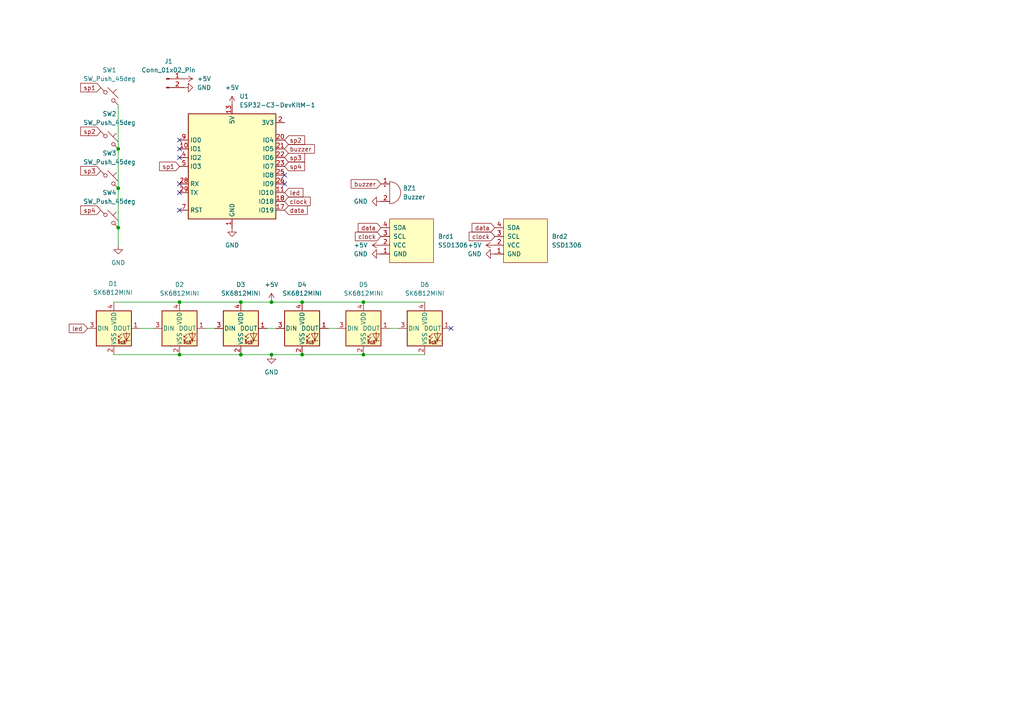
<source format=kicad_sch>
(kicad_sch
	(version 20250114)
	(generator "eeschema")
	(generator_version "9.0")
	(uuid "942658c1-2727-4e66-8bc7-358c01f1ab2c")
	(paper "A4")
	(lib_symbols
		(symbol "Connector:Conn_01x02_Pin"
			(pin_names
				(offset 1.016)
				(hide yes)
			)
			(exclude_from_sim no)
			(in_bom yes)
			(on_board yes)
			(property "Reference" "J"
				(at 0 2.54 0)
				(effects
					(font
						(size 1.27 1.27)
					)
				)
			)
			(property "Value" "Conn_01x02_Pin"
				(at 0 -5.08 0)
				(effects
					(font
						(size 1.27 1.27)
					)
				)
			)
			(property "Footprint" ""
				(at 0 0 0)
				(effects
					(font
						(size 1.27 1.27)
					)
					(hide yes)
				)
			)
			(property "Datasheet" "~"
				(at 0 0 0)
				(effects
					(font
						(size 1.27 1.27)
					)
					(hide yes)
				)
			)
			(property "Description" "Generic connector, single row, 01x02, script generated"
				(at 0 0 0)
				(effects
					(font
						(size 1.27 1.27)
					)
					(hide yes)
				)
			)
			(property "ki_locked" ""
				(at 0 0 0)
				(effects
					(font
						(size 1.27 1.27)
					)
				)
			)
			(property "ki_keywords" "connector"
				(at 0 0 0)
				(effects
					(font
						(size 1.27 1.27)
					)
					(hide yes)
				)
			)
			(property "ki_fp_filters" "Connector*:*_1x??_*"
				(at 0 0 0)
				(effects
					(font
						(size 1.27 1.27)
					)
					(hide yes)
				)
			)
			(symbol "Conn_01x02_Pin_1_1"
				(rectangle
					(start 0.8636 0.127)
					(end 0 -0.127)
					(stroke
						(width 0.1524)
						(type default)
					)
					(fill
						(type outline)
					)
				)
				(rectangle
					(start 0.8636 -2.413)
					(end 0 -2.667)
					(stroke
						(width 0.1524)
						(type default)
					)
					(fill
						(type outline)
					)
				)
				(polyline
					(pts
						(xy 1.27 0) (xy 0.8636 0)
					)
					(stroke
						(width 0.1524)
						(type default)
					)
					(fill
						(type none)
					)
				)
				(polyline
					(pts
						(xy 1.27 -2.54) (xy 0.8636 -2.54)
					)
					(stroke
						(width 0.1524)
						(type default)
					)
					(fill
						(type none)
					)
				)
				(pin passive line
					(at 5.08 0 180)
					(length 3.81)
					(name "Pin_1"
						(effects
							(font
								(size 1.27 1.27)
							)
						)
					)
					(number "1"
						(effects
							(font
								(size 1.27 1.27)
							)
						)
					)
				)
				(pin passive line
					(at 5.08 -2.54 180)
					(length 3.81)
					(name "Pin_2"
						(effects
							(font
								(size 1.27 1.27)
							)
						)
					)
					(number "2"
						(effects
							(font
								(size 1.27 1.27)
							)
						)
					)
				)
			)
			(embedded_fonts no)
		)
		(symbol "Device:Buzzer"
			(pin_names
				(offset 0.0254)
				(hide yes)
			)
			(exclude_from_sim no)
			(in_bom yes)
			(on_board yes)
			(property "Reference" "BZ"
				(at 3.81 1.27 0)
				(effects
					(font
						(size 1.27 1.27)
					)
					(justify left)
				)
			)
			(property "Value" "Buzzer"
				(at 3.81 -1.27 0)
				(effects
					(font
						(size 1.27 1.27)
					)
					(justify left)
				)
			)
			(property "Footprint" ""
				(at -0.635 2.54 90)
				(effects
					(font
						(size 1.27 1.27)
					)
					(hide yes)
				)
			)
			(property "Datasheet" "~"
				(at -0.635 2.54 90)
				(effects
					(font
						(size 1.27 1.27)
					)
					(hide yes)
				)
			)
			(property "Description" "Buzzer, polarized"
				(at 0 0 0)
				(effects
					(font
						(size 1.27 1.27)
					)
					(hide yes)
				)
			)
			(property "ki_keywords" "quartz resonator ceramic"
				(at 0 0 0)
				(effects
					(font
						(size 1.27 1.27)
					)
					(hide yes)
				)
			)
			(property "ki_fp_filters" "*Buzzer*"
				(at 0 0 0)
				(effects
					(font
						(size 1.27 1.27)
					)
					(hide yes)
				)
			)
			(symbol "Buzzer_0_1"
				(polyline
					(pts
						(xy -1.651 1.905) (xy -1.143 1.905)
					)
					(stroke
						(width 0)
						(type default)
					)
					(fill
						(type none)
					)
				)
				(polyline
					(pts
						(xy -1.397 2.159) (xy -1.397 1.651)
					)
					(stroke
						(width 0)
						(type default)
					)
					(fill
						(type none)
					)
				)
				(arc
					(start 0 3.175)
					(mid 3.1612 0)
					(end 0 -3.175)
					(stroke
						(width 0)
						(type default)
					)
					(fill
						(type none)
					)
				)
				(polyline
					(pts
						(xy 0 3.175) (xy 0 -3.175)
					)
					(stroke
						(width 0)
						(type default)
					)
					(fill
						(type none)
					)
				)
			)
			(symbol "Buzzer_1_1"
				(pin passive line
					(at -2.54 2.54 0)
					(length 2.54)
					(name "+"
						(effects
							(font
								(size 1.27 1.27)
							)
						)
					)
					(number "1"
						(effects
							(font
								(size 1.27 1.27)
							)
						)
					)
				)
				(pin passive line
					(at -2.54 -2.54 0)
					(length 2.54)
					(name "-"
						(effects
							(font
								(size 1.27 1.27)
							)
						)
					)
					(number "2"
						(effects
							(font
								(size 1.27 1.27)
							)
						)
					)
				)
			)
			(embedded_fonts no)
		)
		(symbol "LED:SK6812MINI"
			(pin_names
				(offset 0.254)
			)
			(exclude_from_sim no)
			(in_bom yes)
			(on_board yes)
			(property "Reference" "D"
				(at 5.08 5.715 0)
				(effects
					(font
						(size 1.27 1.27)
					)
					(justify right bottom)
				)
			)
			(property "Value" "SK6812MINI"
				(at 1.27 -5.715 0)
				(effects
					(font
						(size 1.27 1.27)
					)
					(justify left top)
				)
			)
			(property "Footprint" "LED_SMD:LED_SK6812MINI_PLCC4_3.5x3.5mm_P1.75mm"
				(at 1.27 -7.62 0)
				(effects
					(font
						(size 1.27 1.27)
					)
					(justify left top)
					(hide yes)
				)
			)
			(property "Datasheet" "https://cdn-shop.adafruit.com/product-files/2686/SK6812MINI_REV.01-1-2.pdf"
				(at 2.54 -9.525 0)
				(effects
					(font
						(size 1.27 1.27)
					)
					(justify left top)
					(hide yes)
				)
			)
			(property "Description" "RGB LED with integrated controller"
				(at 0 0 0)
				(effects
					(font
						(size 1.27 1.27)
					)
					(hide yes)
				)
			)
			(property "ki_keywords" "RGB LED NeoPixel Mini addressable"
				(at 0 0 0)
				(effects
					(font
						(size 1.27 1.27)
					)
					(hide yes)
				)
			)
			(property "ki_fp_filters" "LED*SK6812MINI*PLCC*3.5x3.5mm*P1.75mm*"
				(at 0 0 0)
				(effects
					(font
						(size 1.27 1.27)
					)
					(hide yes)
				)
			)
			(symbol "SK6812MINI_0_0"
				(text "RGB"
					(at 2.286 -4.191 0)
					(effects
						(font
							(size 0.762 0.762)
						)
					)
				)
			)
			(symbol "SK6812MINI_0_1"
				(polyline
					(pts
						(xy 1.27 -2.54) (xy 1.778 -2.54)
					)
					(stroke
						(width 0)
						(type default)
					)
					(fill
						(type none)
					)
				)
				(polyline
					(pts
						(xy 1.27 -3.556) (xy 1.778 -3.556)
					)
					(stroke
						(width 0)
						(type default)
					)
					(fill
						(type none)
					)
				)
				(polyline
					(pts
						(xy 2.286 -1.524) (xy 1.27 -2.54) (xy 1.27 -2.032)
					)
					(stroke
						(width 0)
						(type default)
					)
					(fill
						(type none)
					)
				)
				(polyline
					(pts
						(xy 2.286 -2.54) (xy 1.27 -3.556) (xy 1.27 -3.048)
					)
					(stroke
						(width 0)
						(type default)
					)
					(fill
						(type none)
					)
				)
				(polyline
					(pts
						(xy 3.683 -1.016) (xy 3.683 -3.556) (xy 3.683 -4.064)
					)
					(stroke
						(width 0)
						(type default)
					)
					(fill
						(type none)
					)
				)
				(polyline
					(pts
						(xy 4.699 -1.524) (xy 2.667 -1.524) (xy 3.683 -3.556) (xy 4.699 -1.524)
					)
					(stroke
						(width 0)
						(type default)
					)
					(fill
						(type none)
					)
				)
				(polyline
					(pts
						(xy 4.699 -3.556) (xy 2.667 -3.556)
					)
					(stroke
						(width 0)
						(type default)
					)
					(fill
						(type none)
					)
				)
				(rectangle
					(start 5.08 5.08)
					(end -5.08 -5.08)
					(stroke
						(width 0.254)
						(type default)
					)
					(fill
						(type background)
					)
				)
			)
			(symbol "SK6812MINI_1_1"
				(pin input line
					(at -7.62 0 0)
					(length 2.54)
					(name "DIN"
						(effects
							(font
								(size 1.27 1.27)
							)
						)
					)
					(number "3"
						(effects
							(font
								(size 1.27 1.27)
							)
						)
					)
				)
				(pin power_in line
					(at 0 7.62 270)
					(length 2.54)
					(name "VDD"
						(effects
							(font
								(size 1.27 1.27)
							)
						)
					)
					(number "4"
						(effects
							(font
								(size 1.27 1.27)
							)
						)
					)
				)
				(pin power_in line
					(at 0 -7.62 90)
					(length 2.54)
					(name "VSS"
						(effects
							(font
								(size 1.27 1.27)
							)
						)
					)
					(number "2"
						(effects
							(font
								(size 1.27 1.27)
							)
						)
					)
				)
				(pin output line
					(at 7.62 0 180)
					(length 2.54)
					(name "DOUT"
						(effects
							(font
								(size 1.27 1.27)
							)
						)
					)
					(number "1"
						(effects
							(font
								(size 1.27 1.27)
							)
						)
					)
				)
			)
			(embedded_fonts no)
		)
		(symbol "RF_Module:ESP32-C3-DevKitM-1"
			(exclude_from_sim no)
			(in_bom yes)
			(on_board yes)
			(property "Reference" "U"
				(at 7.62 16.51 0)
				(effects
					(font
						(size 1.27 1.27)
					)
				)
			)
			(property "Value" "ESP32-C3-DevKitM-1"
				(at 11.684 -16.764 0)
				(effects
					(font
						(size 1.27 1.27)
					)
				)
			)
			(property "Footprint" "RF_Module:ESP32-C3-DevKitM-1"
				(at 0 -25.4 0)
				(effects
					(font
						(size 1.27 1.27)
					)
					(hide yes)
				)
			)
			(property "Datasheet" "https://docs.espressif.com/projects/esp-idf/en/latest/esp32c3/hw-reference/esp32c3/user-guide-devkitm-1.html"
				(at 0 -30.48 0)
				(effects
					(font
						(size 1.27 1.27)
					)
					(hide yes)
				)
			)
			(property "Description" "Development board featuring ESP32-C3-MINI-1 module"
				(at 0 -27.94 0)
				(effects
					(font
						(size 1.27 1.27)
					)
					(hide yes)
				)
			)
			(property "ki_keywords" "riscv wifi bluetooth ble"
				(at 0 0 0)
				(effects
					(font
						(size 1.27 1.27)
					)
					(hide yes)
				)
			)
			(property "ki_fp_filters" "*ESP32?C3?DevKitM?1*"
				(at 0 0 0)
				(effects
					(font
						(size 1.27 1.27)
					)
					(hide yes)
				)
			)
			(symbol "ESP32-C3-DevKitM-1_1_1"
				(rectangle
					(start -12.7 15.24)
					(end 12.7 -15.24)
					(stroke
						(width 0.254)
						(type default)
					)
					(fill
						(type background)
					)
				)
				(pin bidirectional line
					(at -15.24 7.62 0)
					(length 2.54)
					(name "IO0"
						(effects
							(font
								(size 1.27 1.27)
							)
						)
					)
					(number "9"
						(effects
							(font
								(size 1.27 1.27)
							)
						)
					)
					(alternate "ADC1_CH0" passive line)
					(alternate "XTAL_32K_P" passive line)
				)
				(pin bidirectional line
					(at -15.24 5.08 0)
					(length 2.54)
					(name "IO1"
						(effects
							(font
								(size 1.27 1.27)
							)
						)
					)
					(number "10"
						(effects
							(font
								(size 1.27 1.27)
							)
						)
					)
					(alternate "ADC1_CH1" passive line)
					(alternate "XTAL_32K_N" passive line)
				)
				(pin bidirectional line
					(at -15.24 2.54 0)
					(length 2.54)
					(name "IO2"
						(effects
							(font
								(size 1.27 1.27)
							)
						)
					)
					(number "4"
						(effects
							(font
								(size 1.27 1.27)
							)
						)
					)
					(alternate "ADC1_CH0" passive line)
					(alternate "FSPIQ" passive line)
				)
				(pin bidirectional line
					(at -15.24 0 0)
					(length 2.54)
					(name "IO3"
						(effects
							(font
								(size 1.27 1.27)
							)
						)
					)
					(number "5"
						(effects
							(font
								(size 1.27 1.27)
							)
						)
					)
					(alternate "ADC1_CH3" passive line)
				)
				(pin input line
					(at -15.24 -5.08 0)
					(length 2.54)
					(name "RX"
						(effects
							(font
								(size 1.27 1.27)
							)
						)
					)
					(number "28"
						(effects
							(font
								(size 1.27 1.27)
							)
						)
					)
					(alternate "IO20" passive line)
				)
				(pin output line
					(at -15.24 -7.62 0)
					(length 2.54)
					(name "TX"
						(effects
							(font
								(size 1.27 1.27)
							)
						)
					)
					(number "29"
						(effects
							(font
								(size 1.27 1.27)
							)
						)
					)
					(alternate "IO21" passive line)
				)
				(pin input line
					(at -15.24 -12.7 0)
					(length 2.54)
					(name "RST"
						(effects
							(font
								(size 1.27 1.27)
							)
						)
					)
					(number "7"
						(effects
							(font
								(size 1.27 1.27)
							)
						)
					)
				)
				(pin passive line
					(at 0 17.78 270)
					(length 2.54)
					(name "5V"
						(effects
							(font
								(size 1.27 1.27)
							)
						)
					)
					(number "13"
						(effects
							(font
								(size 1.27 1.27)
							)
						)
					)
				)
				(pin passive line
					(at 0 17.78 270)
					(length 2.54)
					(hide yes)
					(name "5V"
						(effects
							(font
								(size 1.27 1.27)
							)
						)
					)
					(number "14"
						(effects
							(font
								(size 1.27 1.27)
							)
						)
					)
				)
				(pin power_in line
					(at 0 -17.78 90)
					(length 2.54)
					(name "GND"
						(effects
							(font
								(size 1.27 1.27)
							)
						)
					)
					(number "1"
						(effects
							(font
								(size 1.27 1.27)
							)
						)
					)
				)
				(pin passive line
					(at 0 -17.78 90)
					(length 2.54)
					(hide yes)
					(name "GND"
						(effects
							(font
								(size 1.27 1.27)
							)
						)
					)
					(number "12"
						(effects
							(font
								(size 1.27 1.27)
							)
						)
					)
				)
				(pin passive line
					(at 0 -17.78 90)
					(length 2.54)
					(hide yes)
					(name "GND"
						(effects
							(font
								(size 1.27 1.27)
							)
						)
					)
					(number "15"
						(effects
							(font
								(size 1.27 1.27)
							)
						)
					)
				)
				(pin passive line
					(at 0 -17.78 90)
					(length 2.54)
					(hide yes)
					(name "GND"
						(effects
							(font
								(size 1.27 1.27)
							)
						)
					)
					(number "16"
						(effects
							(font
								(size 1.27 1.27)
							)
						)
					)
				)
				(pin passive line
					(at 0 -17.78 90)
					(length 2.54)
					(hide yes)
					(name "GND"
						(effects
							(font
								(size 1.27 1.27)
							)
						)
					)
					(number "19"
						(effects
							(font
								(size 1.27 1.27)
							)
						)
					)
				)
				(pin passive line
					(at 0 -17.78 90)
					(length 2.54)
					(hide yes)
					(name "GND"
						(effects
							(font
								(size 1.27 1.27)
							)
						)
					)
					(number "24"
						(effects
							(font
								(size 1.27 1.27)
							)
						)
					)
				)
				(pin passive line
					(at 0 -17.78 90)
					(length 2.54)
					(hide yes)
					(name "GND"
						(effects
							(font
								(size 1.27 1.27)
							)
						)
					)
					(number "27"
						(effects
							(font
								(size 1.27 1.27)
							)
						)
					)
				)
				(pin passive line
					(at 0 -17.78 90)
					(length 2.54)
					(hide yes)
					(name "GND"
						(effects
							(font
								(size 1.27 1.27)
							)
						)
					)
					(number "30"
						(effects
							(font
								(size 1.27 1.27)
							)
						)
					)
				)
				(pin passive line
					(at 0 -17.78 90)
					(length 2.54)
					(hide yes)
					(name "GND"
						(effects
							(font
								(size 1.27 1.27)
							)
						)
					)
					(number "6"
						(effects
							(font
								(size 1.27 1.27)
							)
						)
					)
				)
				(pin passive line
					(at 0 -17.78 90)
					(length 2.54)
					(hide yes)
					(name "GND"
						(effects
							(font
								(size 1.27 1.27)
							)
						)
					)
					(number "8"
						(effects
							(font
								(size 1.27 1.27)
							)
						)
					)
				)
				(pin power_out line
					(at 15.24 12.7 180)
					(length 2.54)
					(name "3V3"
						(effects
							(font
								(size 1.27 1.27)
							)
						)
					)
					(number "2"
						(effects
							(font
								(size 1.27 1.27)
							)
						)
					)
				)
				(pin passive line
					(at 15.24 12.7 180)
					(length 2.54)
					(hide yes)
					(name "3V3"
						(effects
							(font
								(size 1.27 1.27)
							)
						)
					)
					(number "3"
						(effects
							(font
								(size 1.27 1.27)
							)
						)
					)
				)
				(pin bidirectional line
					(at 15.24 7.62 180)
					(length 2.54)
					(name "IO4"
						(effects
							(font
								(size 1.27 1.27)
							)
						)
					)
					(number "20"
						(effects
							(font
								(size 1.27 1.27)
							)
						)
					)
					(alternate "ADC1_CH4" passive line)
					(alternate "FSPIHD" passive line)
					(alternate "MTMS" passive line)
				)
				(pin bidirectional line
					(at 15.24 5.08 180)
					(length 2.54)
					(name "IO5"
						(effects
							(font
								(size 1.27 1.27)
							)
						)
					)
					(number "21"
						(effects
							(font
								(size 1.27 1.27)
							)
						)
					)
					(alternate "ADC2_CH0" passive line)
					(alternate "FSPIWP" passive line)
					(alternate "MTDI" passive line)
				)
				(pin bidirectional line
					(at 15.24 2.54 180)
					(length 2.54)
					(name "IO6"
						(effects
							(font
								(size 1.27 1.27)
							)
						)
					)
					(number "22"
						(effects
							(font
								(size 1.27 1.27)
							)
						)
					)
					(alternate "FSPICLK" passive line)
					(alternate "MTCK" passive line)
				)
				(pin bidirectional line
					(at 15.24 0 180)
					(length 2.54)
					(name "IO7"
						(effects
							(font
								(size 1.27 1.27)
							)
						)
					)
					(number "23"
						(effects
							(font
								(size 1.27 1.27)
							)
						)
					)
					(alternate "FSPID" passive line)
					(alternate "MTDO" passive line)
				)
				(pin bidirectional line
					(at 15.24 -2.54 180)
					(length 2.54)
					(name "IO8"
						(effects
							(font
								(size 1.27 1.27)
							)
						)
					)
					(number "25"
						(effects
							(font
								(size 1.27 1.27)
							)
						)
					)
				)
				(pin bidirectional line
					(at 15.24 -5.08 180)
					(length 2.54)
					(name "IO9"
						(effects
							(font
								(size 1.27 1.27)
							)
						)
					)
					(number "26"
						(effects
							(font
								(size 1.27 1.27)
							)
						)
					)
				)
				(pin bidirectional line
					(at 15.24 -7.62 180)
					(length 2.54)
					(name "IO10"
						(effects
							(font
								(size 1.27 1.27)
							)
						)
					)
					(number "11"
						(effects
							(font
								(size 1.27 1.27)
							)
						)
					)
					(alternate "FSPICS0" passive line)
				)
				(pin bidirectional line
					(at 15.24 -10.16 180)
					(length 2.54)
					(name "IO18"
						(effects
							(font
								(size 1.27 1.27)
							)
						)
					)
					(number "18"
						(effects
							(font
								(size 1.27 1.27)
							)
						)
					)
					(alternate "USB_D-" passive line)
				)
				(pin bidirectional line
					(at 15.24 -12.7 180)
					(length 2.54)
					(name "IO19"
						(effects
							(font
								(size 1.27 1.27)
							)
						)
					)
					(number "17"
						(effects
							(font
								(size 1.27 1.27)
							)
						)
					)
					(alternate "USB_D+" passive line)
				)
			)
			(embedded_fonts no)
		)
		(symbol "Switch:SW_Push_45deg"
			(pin_numbers
				(hide yes)
			)
			(pin_names
				(offset 1.016)
				(hide yes)
			)
			(exclude_from_sim no)
			(in_bom yes)
			(on_board yes)
			(property "Reference" "SW"
				(at 3.048 1.016 0)
				(effects
					(font
						(size 1.27 1.27)
					)
					(justify left)
				)
			)
			(property "Value" "SW_Push_45deg"
				(at 0 -3.81 0)
				(effects
					(font
						(size 1.27 1.27)
					)
				)
			)
			(property "Footprint" ""
				(at 0 0 0)
				(effects
					(font
						(size 1.27 1.27)
					)
					(hide yes)
				)
			)
			(property "Datasheet" "~"
				(at 0 0 0)
				(effects
					(font
						(size 1.27 1.27)
					)
					(hide yes)
				)
			)
			(property "Description" "Push button switch, normally open, two pins, 45° tilted"
				(at 0 0 0)
				(effects
					(font
						(size 1.27 1.27)
					)
					(hide yes)
				)
			)
			(property "ki_keywords" "switch normally-open pushbutton push-button"
				(at 0 0 0)
				(effects
					(font
						(size 1.27 1.27)
					)
					(hide yes)
				)
			)
			(symbol "SW_Push_45deg_0_1"
				(polyline
					(pts
						(xy -2.54 2.54) (xy -1.524 1.524) (xy -1.524 1.524)
					)
					(stroke
						(width 0)
						(type default)
					)
					(fill
						(type none)
					)
				)
				(circle
					(center -1.1684 1.1684)
					(radius 0.508)
					(stroke
						(width 0)
						(type default)
					)
					(fill
						(type none)
					)
				)
				(polyline
					(pts
						(xy -0.508 2.54) (xy 2.54 -0.508)
					)
					(stroke
						(width 0)
						(type default)
					)
					(fill
						(type none)
					)
				)
				(polyline
					(pts
						(xy 1.016 1.016) (xy 2.032 2.032)
					)
					(stroke
						(width 0)
						(type default)
					)
					(fill
						(type none)
					)
				)
				(circle
					(center 1.143 -1.1938)
					(radius 0.508)
					(stroke
						(width 0)
						(type default)
					)
					(fill
						(type none)
					)
				)
				(polyline
					(pts
						(xy 1.524 -1.524) (xy 2.54 -2.54) (xy 2.54 -2.54) (xy 2.54 -2.54)
					)
					(stroke
						(width 0)
						(type default)
					)
					(fill
						(type none)
					)
				)
				(pin passive line
					(at -2.54 2.54 0)
					(length 0)
					(name "1"
						(effects
							(font
								(size 1.27 1.27)
							)
						)
					)
					(number "1"
						(effects
							(font
								(size 1.27 1.27)
							)
						)
					)
				)
				(pin passive line
					(at 2.54 -2.54 180)
					(length 0)
					(name "2"
						(effects
							(font
								(size 1.27 1.27)
							)
						)
					)
					(number "2"
						(effects
							(font
								(size 1.27 1.27)
							)
						)
					)
				)
			)
			(embedded_fonts no)
		)
		(symbol "oled:SSD1306"
			(pin_names
				(offset 1.016)
			)
			(exclude_from_sim no)
			(in_bom yes)
			(on_board yes)
			(property "Reference" "Brd"
				(at 0 -3.81 0)
				(effects
					(font
						(size 1.27 1.27)
					)
				)
			)
			(property "Value" "SSD1306"
				(at 0 -1.27 0)
				(effects
					(font
						(size 1.27 1.27)
					)
				)
			)
			(property "Footprint" ""
				(at 0 6.35 0)
				(effects
					(font
						(size 1.27 1.27)
					)
					(hide yes)
				)
			)
			(property "Datasheet" ""
				(at 0 6.35 0)
				(effects
					(font
						(size 1.27 1.27)
					)
					(hide yes)
				)
			)
			(property "Description" "SSD1306 OLED"
				(at 0 0 0)
				(effects
					(font
						(size 1.27 1.27)
					)
					(hide yes)
				)
			)
			(property "ki_keywords" "SSD1306"
				(at 0 0 0)
				(effects
					(font
						(size 1.27 1.27)
					)
					(hide yes)
				)
			)
			(property "ki_fp_filters" "SSD1306-128x64_OLED:SSD1306"
				(at 0 0 0)
				(effects
					(font
						(size 1.27 1.27)
					)
					(hide yes)
				)
			)
			(symbol "SSD1306_0_1"
				(rectangle
					(start -6.35 6.35)
					(end 6.35 -6.35)
					(stroke
						(width 0)
						(type solid)
					)
					(fill
						(type background)
					)
				)
			)
			(symbol "SSD1306_1_1"
				(pin input line
					(at -3.81 8.89 270)
					(length 2.54)
					(name "GND"
						(effects
							(font
								(size 1.27 1.27)
							)
						)
					)
					(number "1"
						(effects
							(font
								(size 1.27 1.27)
							)
						)
					)
				)
				(pin input line
					(at -1.27 8.89 270)
					(length 2.54)
					(name "VCC"
						(effects
							(font
								(size 1.27 1.27)
							)
						)
					)
					(number "2"
						(effects
							(font
								(size 1.27 1.27)
							)
						)
					)
				)
				(pin input line
					(at 1.27 8.89 270)
					(length 2.54)
					(name "SCL"
						(effects
							(font
								(size 1.27 1.27)
							)
						)
					)
					(number "3"
						(effects
							(font
								(size 1.27 1.27)
							)
						)
					)
				)
				(pin input line
					(at 3.81 8.89 270)
					(length 2.54)
					(name "SDA"
						(effects
							(font
								(size 1.27 1.27)
							)
						)
					)
					(number "4"
						(effects
							(font
								(size 1.27 1.27)
							)
						)
					)
				)
			)
			(embedded_fonts no)
		)
		(symbol "power:+5V"
			(power)
			(pin_numbers
				(hide yes)
			)
			(pin_names
				(offset 0)
				(hide yes)
			)
			(exclude_from_sim no)
			(in_bom yes)
			(on_board yes)
			(property "Reference" "#PWR"
				(at 0 -3.81 0)
				(effects
					(font
						(size 1.27 1.27)
					)
					(hide yes)
				)
			)
			(property "Value" "+5V"
				(at 0 3.556 0)
				(effects
					(font
						(size 1.27 1.27)
					)
				)
			)
			(property "Footprint" ""
				(at 0 0 0)
				(effects
					(font
						(size 1.27 1.27)
					)
					(hide yes)
				)
			)
			(property "Datasheet" ""
				(at 0 0 0)
				(effects
					(font
						(size 1.27 1.27)
					)
					(hide yes)
				)
			)
			(property "Description" "Power symbol creates a global label with name \"+5V\""
				(at 0 0 0)
				(effects
					(font
						(size 1.27 1.27)
					)
					(hide yes)
				)
			)
			(property "ki_keywords" "global power"
				(at 0 0 0)
				(effects
					(font
						(size 1.27 1.27)
					)
					(hide yes)
				)
			)
			(symbol "+5V_0_1"
				(polyline
					(pts
						(xy -0.762 1.27) (xy 0 2.54)
					)
					(stroke
						(width 0)
						(type default)
					)
					(fill
						(type none)
					)
				)
				(polyline
					(pts
						(xy 0 2.54) (xy 0.762 1.27)
					)
					(stroke
						(width 0)
						(type default)
					)
					(fill
						(type none)
					)
				)
				(polyline
					(pts
						(xy 0 0) (xy 0 2.54)
					)
					(stroke
						(width 0)
						(type default)
					)
					(fill
						(type none)
					)
				)
			)
			(symbol "+5V_1_1"
				(pin power_in line
					(at 0 0 90)
					(length 0)
					(name "~"
						(effects
							(font
								(size 1.27 1.27)
							)
						)
					)
					(number "1"
						(effects
							(font
								(size 1.27 1.27)
							)
						)
					)
				)
			)
			(embedded_fonts no)
		)
		(symbol "power:GND"
			(power)
			(pin_numbers
				(hide yes)
			)
			(pin_names
				(offset 0)
				(hide yes)
			)
			(exclude_from_sim no)
			(in_bom yes)
			(on_board yes)
			(property "Reference" "#PWR"
				(at 0 -6.35 0)
				(effects
					(font
						(size 1.27 1.27)
					)
					(hide yes)
				)
			)
			(property "Value" "GND"
				(at 0 -3.81 0)
				(effects
					(font
						(size 1.27 1.27)
					)
				)
			)
			(property "Footprint" ""
				(at 0 0 0)
				(effects
					(font
						(size 1.27 1.27)
					)
					(hide yes)
				)
			)
			(property "Datasheet" ""
				(at 0 0 0)
				(effects
					(font
						(size 1.27 1.27)
					)
					(hide yes)
				)
			)
			(property "Description" "Power symbol creates a global label with name \"GND\" , ground"
				(at 0 0 0)
				(effects
					(font
						(size 1.27 1.27)
					)
					(hide yes)
				)
			)
			(property "ki_keywords" "global power"
				(at 0 0 0)
				(effects
					(font
						(size 1.27 1.27)
					)
					(hide yes)
				)
			)
			(symbol "GND_0_1"
				(polyline
					(pts
						(xy 0 0) (xy 0 -1.27) (xy 1.27 -1.27) (xy 0 -2.54) (xy -1.27 -1.27) (xy 0 -1.27)
					)
					(stroke
						(width 0)
						(type default)
					)
					(fill
						(type none)
					)
				)
			)
			(symbol "GND_1_1"
				(pin power_in line
					(at 0 0 270)
					(length 0)
					(name "~"
						(effects
							(font
								(size 1.27 1.27)
							)
						)
					)
					(number "1"
						(effects
							(font
								(size 1.27 1.27)
							)
						)
					)
				)
			)
			(embedded_fonts no)
		)
	)
	(junction
		(at 78.74 102.87)
		(diameter 0)
		(color 0 0 0 0)
		(uuid "17c47fda-a315-4d92-98f4-10065452f219")
	)
	(junction
		(at 69.85 87.63)
		(diameter 0)
		(color 0 0 0 0)
		(uuid "2c06c1fd-531c-4236-8c6b-0105afc97b34")
	)
	(junction
		(at 105.41 87.63)
		(diameter 0)
		(color 0 0 0 0)
		(uuid "3008f771-d506-49f4-8575-72de7759dde1")
	)
	(junction
		(at 87.63 87.63)
		(diameter 0)
		(color 0 0 0 0)
		(uuid "34cbae42-0e40-48a1-9846-f2ffa646abd3")
	)
	(junction
		(at 34.29 43.18)
		(diameter 0)
		(color 0 0 0 0)
		(uuid "367167a2-9180-489f-b26f-ea3a45196066")
	)
	(junction
		(at 78.74 87.63)
		(diameter 0)
		(color 0 0 0 0)
		(uuid "6d5b3da0-395f-4e90-bc77-7ed44b157360")
	)
	(junction
		(at 52.07 87.63)
		(diameter 0)
		(color 0 0 0 0)
		(uuid "9202fbc1-3b33-443d-8227-906a53995b53")
	)
	(junction
		(at 105.41 102.87)
		(diameter 0)
		(color 0 0 0 0)
		(uuid "96ce196d-4fb2-4860-bc90-755360070481")
	)
	(junction
		(at 34.29 66.04)
		(diameter 0)
		(color 0 0 0 0)
		(uuid "b7094edd-afe8-446f-ab76-cc61726192e0")
	)
	(junction
		(at 87.63 102.87)
		(diameter 0)
		(color 0 0 0 0)
		(uuid "bd331969-c0f0-46ae-ab68-ef390f1affaf")
	)
	(junction
		(at 69.85 102.87)
		(diameter 0)
		(color 0 0 0 0)
		(uuid "c3460bb5-1831-47af-a7c3-7044ce95a000")
	)
	(junction
		(at 34.29 54.61)
		(diameter 0)
		(color 0 0 0 0)
		(uuid "e442c579-2112-442c-b06a-6913b50951af")
	)
	(junction
		(at 52.07 102.87)
		(diameter 0)
		(color 0 0 0 0)
		(uuid "eef5af89-e38e-46a1-835b-3188c01f2af8")
	)
	(no_connect
		(at 52.07 40.64)
		(uuid "11fbeffe-5c31-4a44-84d5-d6c69f5cd3af")
	)
	(no_connect
		(at 52.07 43.18)
		(uuid "6d38908b-7454-4cde-9f4c-14261fbb6326")
	)
	(no_connect
		(at 82.55 50.8)
		(uuid "704b4c90-83c9-4db4-929c-796c9a8d7799")
	)
	(no_connect
		(at 82.55 53.34)
		(uuid "8154623d-0baf-412f-a28d-846f982ad6f5")
	)
	(no_connect
		(at 52.07 45.72)
		(uuid "b472a765-b7bd-4b67-92d9-c8996fa0096e")
	)
	(no_connect
		(at 130.81 95.25)
		(uuid "cf4c95ab-52e3-4dd3-b343-e310af75685f")
	)
	(no_connect
		(at 52.07 53.34)
		(uuid "cfe58546-61ef-47d7-8270-94877a2f4a32")
	)
	(no_connect
		(at 52.07 60.96)
		(uuid "e1ebc242-e8bd-432c-8065-04306d31beae")
	)
	(no_connect
		(at 52.07 55.88)
		(uuid "ec0f0f46-7e3c-4d86-8407-94e1615b8e0b")
	)
	(wire
		(pts
			(xy 113.03 95.25) (xy 115.57 95.25)
		)
		(stroke
			(width 0)
			(type default)
		)
		(uuid "03318386-ba9c-4dbc-808c-ea0b1e8abc75")
	)
	(wire
		(pts
			(xy 95.25 95.25) (xy 97.79 95.25)
		)
		(stroke
			(width 0)
			(type default)
		)
		(uuid "0dfa4474-04b4-4ce1-88c5-493dba1435a0")
	)
	(wire
		(pts
			(xy 34.29 30.48) (xy 34.29 43.18)
		)
		(stroke
			(width 0)
			(type default)
		)
		(uuid "1bfa033b-27c9-40ee-ad68-39e19a3c60d8")
	)
	(wire
		(pts
			(xy 87.63 102.87) (xy 105.41 102.87)
		)
		(stroke
			(width 0)
			(type default)
		)
		(uuid "29b3b8de-c7d8-492f-a0fd-51a070d69648")
	)
	(wire
		(pts
			(xy 52.07 102.87) (xy 69.85 102.87)
		)
		(stroke
			(width 0)
			(type default)
		)
		(uuid "31e9e568-5593-479f-b1af-7d333a835f60")
	)
	(wire
		(pts
			(xy 33.02 87.63) (xy 52.07 87.63)
		)
		(stroke
			(width 0)
			(type default)
		)
		(uuid "34ad2129-71bb-445a-b1ee-711102623c33")
	)
	(wire
		(pts
			(xy 34.29 43.18) (xy 34.29 54.61)
		)
		(stroke
			(width 0)
			(type default)
		)
		(uuid "50e9c8ff-8a33-4950-ad40-38ea0e839fde")
	)
	(wire
		(pts
			(xy 40.64 95.25) (xy 44.45 95.25)
		)
		(stroke
			(width 0)
			(type default)
		)
		(uuid "56cd00de-41c8-4175-9262-2ba729f93101")
	)
	(wire
		(pts
			(xy 105.41 87.63) (xy 123.19 87.63)
		)
		(stroke
			(width 0)
			(type default)
		)
		(uuid "70603916-4909-4522-b37f-89d408a292cc")
	)
	(wire
		(pts
			(xy 59.69 95.25) (xy 62.23 95.25)
		)
		(stroke
			(width 0)
			(type default)
		)
		(uuid "a2af41c8-2004-423e-8076-8fc783bfb2b9")
	)
	(wire
		(pts
			(xy 87.63 87.63) (xy 105.41 87.63)
		)
		(stroke
			(width 0)
			(type default)
		)
		(uuid "ae87a322-302a-4be0-b559-14bb6f051dc2")
	)
	(wire
		(pts
			(xy 52.07 87.63) (xy 69.85 87.63)
		)
		(stroke
			(width 0)
			(type default)
		)
		(uuid "baec781d-45a7-4b56-b980-af04c7a61fd2")
	)
	(wire
		(pts
			(xy 69.85 87.63) (xy 78.74 87.63)
		)
		(stroke
			(width 0)
			(type default)
		)
		(uuid "c46d7e63-3590-43cd-ba68-ec5f078b021c")
	)
	(wire
		(pts
			(xy 105.41 102.87) (xy 123.19 102.87)
		)
		(stroke
			(width 0)
			(type default)
		)
		(uuid "c538abe8-4897-4972-8772-b806efb10ade")
	)
	(wire
		(pts
			(xy 78.74 87.63) (xy 87.63 87.63)
		)
		(stroke
			(width 0)
			(type default)
		)
		(uuid "c64d6d81-f177-4575-be92-077fa6fb8933")
	)
	(wire
		(pts
			(xy 77.47 95.25) (xy 80.01 95.25)
		)
		(stroke
			(width 0)
			(type default)
		)
		(uuid "cb4bcbe4-16a2-4284-b18f-c1ac55a75487")
	)
	(wire
		(pts
			(xy 34.29 66.04) (xy 34.29 71.12)
		)
		(stroke
			(width 0)
			(type default)
		)
		(uuid "de436135-d409-40b7-9c12-1a4789256ec7")
	)
	(wire
		(pts
			(xy 69.85 102.87) (xy 78.74 102.87)
		)
		(stroke
			(width 0)
			(type default)
		)
		(uuid "df2c2afc-3511-4cb4-8d09-e6f33721f466")
	)
	(wire
		(pts
			(xy 34.29 54.61) (xy 34.29 66.04)
		)
		(stroke
			(width 0)
			(type default)
		)
		(uuid "e70dd184-bde0-4a4c-9d99-bd87837ca68c")
	)
	(wire
		(pts
			(xy 33.02 102.87) (xy 52.07 102.87)
		)
		(stroke
			(width 0)
			(type default)
		)
		(uuid "f3def2dc-490b-4061-a80f-b99f04b9b810")
	)
	(wire
		(pts
			(xy 78.74 102.87) (xy 87.63 102.87)
		)
		(stroke
			(width 0)
			(type default)
		)
		(uuid "fd493b78-f270-4376-a523-484133c78e8e")
	)
	(global_label "led"
		(shape input)
		(at 82.55 55.88 0)
		(fields_autoplaced yes)
		(effects
			(font
				(size 1.27 1.27)
			)
			(justify left)
		)
		(uuid "1891ff53-4328-4fed-ab1e-2a51da5b6617")
		(property "Intersheetrefs" "${INTERSHEET_REFS}"
			(at 88.438 55.88 0)
			(effects
				(font
					(size 1.27 1.27)
				)
				(justify left)
				(hide yes)
			)
		)
	)
	(global_label "sp2"
		(shape input)
		(at 82.55 40.64 0)
		(fields_autoplaced yes)
		(effects
			(font
				(size 1.27 1.27)
			)
			(justify left)
		)
		(uuid "4463c5ce-af35-497a-81a1-005e6a2fcbdd")
		(property "Intersheetrefs" "${INTERSHEET_REFS}"
			(at 88.9218 40.64 0)
			(effects
				(font
					(size 1.27 1.27)
				)
				(justify left)
				(hide yes)
			)
		)
	)
	(global_label "buzzer"
		(shape input)
		(at 82.55 43.18 0)
		(fields_autoplaced yes)
		(effects
			(font
				(size 1.27 1.27)
			)
			(justify left)
		)
		(uuid "4fa1736f-5435-4118-a209-3b153d1b3b49")
		(property "Intersheetrefs" "${INTERSHEET_REFS}"
			(at 91.7642 43.18 0)
			(effects
				(font
					(size 1.27 1.27)
				)
				(justify left)
				(hide yes)
			)
		)
	)
	(global_label "sp2"
		(shape input)
		(at 29.21 38.1 180)
		(fields_autoplaced yes)
		(effects
			(font
				(size 1.27 1.27)
			)
			(justify right)
		)
		(uuid "6803e6c0-fd71-4c50-984f-af3e7df42532")
		(property "Intersheetrefs" "${INTERSHEET_REFS}"
			(at 22.8382 38.1 0)
			(effects
				(font
					(size 1.27 1.27)
				)
				(justify right)
				(hide yes)
			)
		)
	)
	(global_label "sp1"
		(shape input)
		(at 52.07 48.26 180)
		(fields_autoplaced yes)
		(effects
			(font
				(size 1.27 1.27)
			)
			(justify right)
		)
		(uuid "6ca70c1b-1d2a-4d89-9062-5a21be4fe20a")
		(property "Intersheetrefs" "${INTERSHEET_REFS}"
			(at 45.6982 48.26 0)
			(effects
				(font
					(size 1.27 1.27)
				)
				(justify right)
				(hide yes)
			)
		)
	)
	(global_label "clock"
		(shape input)
		(at 82.55 58.42 0)
		(fields_autoplaced yes)
		(effects
			(font
				(size 1.27 1.27)
			)
			(justify left)
		)
		(uuid "7516efc0-1193-46dc-9161-63430905fcc3")
		(property "Intersheetrefs" "${INTERSHEET_REFS}"
			(at 90.5547 58.42 0)
			(effects
				(font
					(size 1.27 1.27)
				)
				(justify left)
				(hide yes)
			)
		)
	)
	(global_label "led"
		(shape input)
		(at 25.4 95.25 180)
		(fields_autoplaced yes)
		(effects
			(font
				(size 1.27 1.27)
			)
			(justify right)
		)
		(uuid "877fd13d-9ee3-4bcd-bace-7758104032a2")
		(property "Intersheetrefs" "${INTERSHEET_REFS}"
			(at 19.512 95.25 0)
			(effects
				(font
					(size 1.27 1.27)
				)
				(justify right)
				(hide yes)
			)
		)
	)
	(global_label "sp3"
		(shape input)
		(at 29.21 49.53 180)
		(fields_autoplaced yes)
		(effects
			(font
				(size 1.27 1.27)
			)
			(justify right)
		)
		(uuid "8bf7b5c6-72b6-4eaa-9f9c-144614c760e4")
		(property "Intersheetrefs" "${INTERSHEET_REFS}"
			(at 22.8382 49.53 0)
			(effects
				(font
					(size 1.27 1.27)
				)
				(justify right)
				(hide yes)
			)
		)
	)
	(global_label "buzzer"
		(shape input)
		(at 110.49 53.34 180)
		(fields_autoplaced yes)
		(effects
			(font
				(size 1.27 1.27)
			)
			(justify right)
		)
		(uuid "9189acf8-1c04-411e-a818-f3d08d1f227c")
		(property "Intersheetrefs" "${INTERSHEET_REFS}"
			(at 101.2758 53.34 0)
			(effects
				(font
					(size 1.27 1.27)
				)
				(justify right)
				(hide yes)
			)
		)
	)
	(global_label "data"
		(shape input)
		(at 82.55 60.96 0)
		(fields_autoplaced yes)
		(effects
			(font
				(size 1.27 1.27)
			)
			(justify left)
		)
		(uuid "aa5f6d23-25a8-44bc-9a86-0b674bb33f8b")
		(property "Intersheetrefs" "${INTERSHEET_REFS}"
			(at 89.7079 60.96 0)
			(effects
				(font
					(size 1.27 1.27)
				)
				(justify left)
				(hide yes)
			)
		)
	)
	(global_label "sp3"
		(shape input)
		(at 82.55 45.72 0)
		(fields_autoplaced yes)
		(effects
			(font
				(size 1.27 1.27)
			)
			(justify left)
		)
		(uuid "b0d1792c-dfd6-4040-be35-ac96654443f3")
		(property "Intersheetrefs" "${INTERSHEET_REFS}"
			(at 88.9218 45.72 0)
			(effects
				(font
					(size 1.27 1.27)
				)
				(justify left)
				(hide yes)
			)
		)
	)
	(global_label "clock"
		(shape input)
		(at 143.51 68.58 180)
		(fields_autoplaced yes)
		(effects
			(font
				(size 1.27 1.27)
			)
			(justify right)
		)
		(uuid "b96783f4-a2b5-4e38-8a70-14e71c541336")
		(property "Intersheetrefs" "${INTERSHEET_REFS}"
			(at 135.5053 68.58 0)
			(effects
				(font
					(size 1.27 1.27)
				)
				(justify right)
				(hide yes)
			)
		)
	)
	(global_label "sp1"
		(shape input)
		(at 29.21 25.4 180)
		(fields_autoplaced yes)
		(effects
			(font
				(size 1.27 1.27)
			)
			(justify right)
		)
		(uuid "bae4df6e-16e0-4c87-80e3-ae5b64354ea6")
		(property "Intersheetrefs" "${INTERSHEET_REFS}"
			(at 22.8382 25.4 0)
			(effects
				(font
					(size 1.27 1.27)
				)
				(justify right)
				(hide yes)
			)
		)
	)
	(global_label "data"
		(shape input)
		(at 110.49 66.04 180)
		(fields_autoplaced yes)
		(effects
			(font
				(size 1.27 1.27)
			)
			(justify right)
		)
		(uuid "bdee5528-c1ce-472f-8647-a4b4c7d53a98")
		(property "Intersheetrefs" "${INTERSHEET_REFS}"
			(at 103.3321 66.04 0)
			(effects
				(font
					(size 1.27 1.27)
				)
				(justify right)
				(hide yes)
			)
		)
	)
	(global_label "sp4"
		(shape input)
		(at 29.21 60.96 180)
		(fields_autoplaced yes)
		(effects
			(font
				(size 1.27 1.27)
			)
			(justify right)
		)
		(uuid "ca0d4480-2157-4b89-8308-cec6c2b6fa20")
		(property "Intersheetrefs" "${INTERSHEET_REFS}"
			(at 22.8382 60.96 0)
			(effects
				(font
					(size 1.27 1.27)
				)
				(justify right)
				(hide yes)
			)
		)
	)
	(global_label "data"
		(shape input)
		(at 143.51 66.04 180)
		(fields_autoplaced yes)
		(effects
			(font
				(size 1.27 1.27)
			)
			(justify right)
		)
		(uuid "db357942-ccbd-45e3-9fb1-4c806e66e1f0")
		(property "Intersheetrefs" "${INTERSHEET_REFS}"
			(at 136.3521 66.04 0)
			(effects
				(font
					(size 1.27 1.27)
				)
				(justify right)
				(hide yes)
			)
		)
	)
	(global_label "clock"
		(shape input)
		(at 110.49 68.58 180)
		(fields_autoplaced yes)
		(effects
			(font
				(size 1.27 1.27)
			)
			(justify right)
		)
		(uuid "dc6f1b84-7239-4652-8faf-fdf0f2c00b8b")
		(property "Intersheetrefs" "${INTERSHEET_REFS}"
			(at 102.4853 68.58 0)
			(effects
				(font
					(size 1.27 1.27)
				)
				(justify right)
				(hide yes)
			)
		)
	)
	(global_label "sp4"
		(shape input)
		(at 82.55 48.26 0)
		(fields_autoplaced yes)
		(effects
			(font
				(size 1.27 1.27)
			)
			(justify left)
		)
		(uuid "f1a3629f-55fa-4030-942e-f8db3bbdcff1")
		(property "Intersheetrefs" "${INTERSHEET_REFS}"
			(at 88.9218 48.26 0)
			(effects
				(font
					(size 1.27 1.27)
				)
				(justify left)
				(hide yes)
			)
		)
	)
	(symbol
		(lib_id "power:GND")
		(at 67.31 66.04 0)
		(unit 1)
		(exclude_from_sim no)
		(in_bom yes)
		(on_board yes)
		(dnp no)
		(fields_autoplaced yes)
		(uuid "0356b1ba-b8e6-4436-946b-9848f94360af")
		(property "Reference" "#PWR07"
			(at 67.31 72.39 0)
			(effects
				(font
					(size 1.27 1.27)
				)
				(hide yes)
			)
		)
		(property "Value" "GND"
			(at 67.31 71.12 0)
			(effects
				(font
					(size 1.27 1.27)
				)
			)
		)
		(property "Footprint" ""
			(at 67.31 66.04 0)
			(effects
				(font
					(size 1.27 1.27)
				)
				(hide yes)
			)
		)
		(property "Datasheet" ""
			(at 67.31 66.04 0)
			(effects
				(font
					(size 1.27 1.27)
				)
				(hide yes)
			)
		)
		(property "Description" "Power symbol creates a global label with name \"GND\" , ground"
			(at 67.31 66.04 0)
			(effects
				(font
					(size 1.27 1.27)
				)
				(hide yes)
			)
		)
		(pin "1"
			(uuid "d142ec57-e753-404c-b64c-f21a1c369985")
		)
		(instances
			(project ""
				(path "/942658c1-2727-4e66-8bc7-358c01f1ab2c"
					(reference "#PWR07")
					(unit 1)
				)
			)
		)
	)
	(symbol
		(lib_id "oled:SSD1306")
		(at 152.4 69.85 90)
		(unit 1)
		(exclude_from_sim no)
		(in_bom yes)
		(on_board yes)
		(dnp no)
		(fields_autoplaced yes)
		(uuid "05462e12-e98b-4b05-a597-04e7c826f4f3")
		(property "Reference" "Brd2"
			(at 160.02 68.5799 90)
			(effects
				(font
					(size 1.27 1.27)
				)
				(justify right)
			)
		)
		(property "Value" "SSD1306"
			(at 160.02 71.1199 90)
			(effects
				(font
					(size 1.27 1.27)
				)
				(justify right)
			)
		)
		(property "Footprint" "Connector_JST:JST_PH_B4B-PH-K_1x04_P2.00mm_Vertical"
			(at 146.05 69.85 0)
			(effects
				(font
					(size 1.27 1.27)
				)
				(hide yes)
			)
		)
		(property "Datasheet" ""
			(at 146.05 69.85 0)
			(effects
				(font
					(size 1.27 1.27)
				)
				(hide yes)
			)
		)
		(property "Description" "SSD1306 OLED"
			(at 152.4 69.85 0)
			(effects
				(font
					(size 1.27 1.27)
				)
				(hide yes)
			)
		)
		(pin "4"
			(uuid "3c01f68a-a181-41ff-b11c-ea214cd8d6f1")
		)
		(pin "2"
			(uuid "1a3230b9-7ba0-4c05-8966-32161e6bebea")
		)
		(pin "1"
			(uuid "18510f26-6b6a-424b-bd64-0e694fb1bc4e")
		)
		(pin "3"
			(uuid "dce8e7dc-9a8e-4aaa-9864-cda3a857539c")
		)
		(instances
			(project "tomato"
				(path "/942658c1-2727-4e66-8bc7-358c01f1ab2c"
					(reference "Brd2")
					(unit 1)
				)
			)
		)
	)
	(symbol
		(lib_id "power:GND")
		(at 110.49 73.66 270)
		(unit 1)
		(exclude_from_sim no)
		(in_bom yes)
		(on_board yes)
		(dnp no)
		(fields_autoplaced yes)
		(uuid "18bd82b9-3bbb-4fe1-9b48-896479167636")
		(property "Reference" "#PWR09"
			(at 104.14 73.66 0)
			(effects
				(font
					(size 1.27 1.27)
				)
				(hide yes)
			)
		)
		(property "Value" "GND"
			(at 106.68 73.6599 90)
			(effects
				(font
					(size 1.27 1.27)
				)
				(justify right)
			)
		)
		(property "Footprint" ""
			(at 110.49 73.66 0)
			(effects
				(font
					(size 1.27 1.27)
				)
				(hide yes)
			)
		)
		(property "Datasheet" ""
			(at 110.49 73.66 0)
			(effects
				(font
					(size 1.27 1.27)
				)
				(hide yes)
			)
		)
		(property "Description" "Power symbol creates a global label with name \"GND\" , ground"
			(at 110.49 73.66 0)
			(effects
				(font
					(size 1.27 1.27)
				)
				(hide yes)
			)
		)
		(pin "1"
			(uuid "cca1691a-5cf6-4641-8728-5b8d32ef8830")
		)
		(instances
			(project ""
				(path "/942658c1-2727-4e66-8bc7-358c01f1ab2c"
					(reference "#PWR09")
					(unit 1)
				)
			)
		)
	)
	(symbol
		(lib_id "LED:SK6812MINI")
		(at 69.85 95.25 0)
		(unit 1)
		(exclude_from_sim no)
		(in_bom yes)
		(on_board yes)
		(dnp no)
		(uuid "25f7e845-42b9-432f-8af5-2aab1677e009")
		(property "Reference" "D3"
			(at 69.85 82.55 0)
			(effects
				(font
					(size 1.27 1.27)
				)
			)
		)
		(property "Value" "SK6812MINI"
			(at 69.85 85.09 0)
			(effects
				(font
					(size 1.27 1.27)
				)
			)
		)
		(property "Footprint" "LED_SMD:LED_SK6812MINI_PLCC4_3.5x3.5mm_P1.75mm"
			(at 71.12 102.87 0)
			(effects
				(font
					(size 1.27 1.27)
				)
				(justify left top)
				(hide yes)
			)
		)
		(property "Datasheet" "https://cdn-shop.adafruit.com/product-files/2686/SK6812MINI_REV.01-1-2.pdf"
			(at 72.39 104.775 0)
			(effects
				(font
					(size 1.27 1.27)
				)
				(justify left top)
				(hide yes)
			)
		)
		(property "Description" "RGB LED with integrated controller"
			(at 69.85 95.25 0)
			(effects
				(font
					(size 1.27 1.27)
				)
				(hide yes)
			)
		)
		(pin "1"
			(uuid "55607691-514d-4cbe-965f-a2fd01cceb3d")
		)
		(pin "4"
			(uuid "87c3b88d-40df-43a4-a65c-9aff34f01e7a")
		)
		(pin "3"
			(uuid "23c3839e-64d8-4fea-9524-4b9153d9a334")
		)
		(pin "2"
			(uuid "e3bfbec1-2312-4ad4-9472-069b14770649")
		)
		(instances
			(project "tomato"
				(path "/942658c1-2727-4e66-8bc7-358c01f1ab2c"
					(reference "D3")
					(unit 1)
				)
			)
		)
	)
	(symbol
		(lib_id "power:GND")
		(at 143.51 73.66 270)
		(unit 1)
		(exclude_from_sim no)
		(in_bom yes)
		(on_board yes)
		(dnp no)
		(fields_autoplaced yes)
		(uuid "3808b086-3e7a-40c8-9206-e05c5298099e")
		(property "Reference" "#PWR011"
			(at 137.16 73.66 0)
			(effects
				(font
					(size 1.27 1.27)
				)
				(hide yes)
			)
		)
		(property "Value" "GND"
			(at 139.7 73.6599 90)
			(effects
				(font
					(size 1.27 1.27)
				)
				(justify right)
			)
		)
		(property "Footprint" ""
			(at 143.51 73.66 0)
			(effects
				(font
					(size 1.27 1.27)
				)
				(hide yes)
			)
		)
		(property "Datasheet" ""
			(at 143.51 73.66 0)
			(effects
				(font
					(size 1.27 1.27)
				)
				(hide yes)
			)
		)
		(property "Description" "Power symbol creates a global label with name \"GND\" , ground"
			(at 143.51 73.66 0)
			(effects
				(font
					(size 1.27 1.27)
				)
				(hide yes)
			)
		)
		(pin "1"
			(uuid "ada0c856-ce37-41f6-85ef-2e14ba861264")
		)
		(instances
			(project "tomato"
				(path "/942658c1-2727-4e66-8bc7-358c01f1ab2c"
					(reference "#PWR011")
					(unit 1)
				)
			)
		)
	)
	(symbol
		(lib_id "power:+5V")
		(at 110.49 71.12 90)
		(unit 1)
		(exclude_from_sim no)
		(in_bom yes)
		(on_board yes)
		(dnp no)
		(fields_autoplaced yes)
		(uuid "383521f2-b694-46ae-9629-e95d78febf28")
		(property "Reference" "#PWR08"
			(at 114.3 71.12 0)
			(effects
				(font
					(size 1.27 1.27)
				)
				(hide yes)
			)
		)
		(property "Value" "+5V"
			(at 106.68 71.1199 90)
			(effects
				(font
					(size 1.27 1.27)
				)
				(justify left)
			)
		)
		(property "Footprint" ""
			(at 110.49 71.12 0)
			(effects
				(font
					(size 1.27 1.27)
				)
				(hide yes)
			)
		)
		(property "Datasheet" ""
			(at 110.49 71.12 0)
			(effects
				(font
					(size 1.27 1.27)
				)
				(hide yes)
			)
		)
		(property "Description" "Power symbol creates a global label with name \"+5V\""
			(at 110.49 71.12 0)
			(effects
				(font
					(size 1.27 1.27)
				)
				(hide yes)
			)
		)
		(pin "1"
			(uuid "25e3c752-5df6-4fef-9f53-a0d1b55b62c8")
		)
		(instances
			(project ""
				(path "/942658c1-2727-4e66-8bc7-358c01f1ab2c"
					(reference "#PWR08")
					(unit 1)
				)
			)
		)
	)
	(symbol
		(lib_id "power:+5V")
		(at 78.74 87.63 0)
		(unit 1)
		(exclude_from_sim no)
		(in_bom yes)
		(on_board yes)
		(dnp no)
		(fields_autoplaced yes)
		(uuid "38a721ac-a479-4145-93b0-0a3bc21a739b")
		(property "Reference" "#PWR02"
			(at 78.74 91.44 0)
			(effects
				(font
					(size 1.27 1.27)
				)
				(hide yes)
			)
		)
		(property "Value" "+5V"
			(at 78.74 82.55 0)
			(effects
				(font
					(size 1.27 1.27)
				)
			)
		)
		(property "Footprint" ""
			(at 78.74 87.63 0)
			(effects
				(font
					(size 1.27 1.27)
				)
				(hide yes)
			)
		)
		(property "Datasheet" ""
			(at 78.74 87.63 0)
			(effects
				(font
					(size 1.27 1.27)
				)
				(hide yes)
			)
		)
		(property "Description" "Power symbol creates a global label with name \"+5V\""
			(at 78.74 87.63 0)
			(effects
				(font
					(size 1.27 1.27)
				)
				(hide yes)
			)
		)
		(pin "1"
			(uuid "a3262716-cacf-40e0-a4d6-cebb0739db9c")
		)
		(instances
			(project ""
				(path "/942658c1-2727-4e66-8bc7-358c01f1ab2c"
					(reference "#PWR02")
					(unit 1)
				)
			)
		)
	)
	(symbol
		(lib_id "LED:SK6812MINI")
		(at 105.41 95.25 0)
		(unit 1)
		(exclude_from_sim no)
		(in_bom yes)
		(on_board yes)
		(dnp no)
		(uuid "393e56ce-adeb-4ca4-b177-f93ea3d5fe99")
		(property "Reference" "D5"
			(at 105.41 82.55 0)
			(effects
				(font
					(size 1.27 1.27)
				)
			)
		)
		(property "Value" "SK6812MINI"
			(at 105.41 85.09 0)
			(effects
				(font
					(size 1.27 1.27)
				)
			)
		)
		(property "Footprint" "LED_SMD:LED_SK6812MINI_PLCC4_3.5x3.5mm_P1.75mm"
			(at 106.68 102.87 0)
			(effects
				(font
					(size 1.27 1.27)
				)
				(justify left top)
				(hide yes)
			)
		)
		(property "Datasheet" "https://cdn-shop.adafruit.com/product-files/2686/SK6812MINI_REV.01-1-2.pdf"
			(at 107.95 104.775 0)
			(effects
				(font
					(size 1.27 1.27)
				)
				(justify left top)
				(hide yes)
			)
		)
		(property "Description" "RGB LED with integrated controller"
			(at 105.41 95.25 0)
			(effects
				(font
					(size 1.27 1.27)
				)
				(hide yes)
			)
		)
		(pin "1"
			(uuid "f03442c4-94d2-47e2-80b3-6864e6b3932d")
		)
		(pin "4"
			(uuid "73944535-aeac-498d-8457-83754fe0cb95")
		)
		(pin "3"
			(uuid "04c919ce-d039-4b39-b1ff-af879df1e584")
		)
		(pin "2"
			(uuid "43fedf01-3263-40b7-9870-8df90b84326d")
		)
		(instances
			(project "tomato"
				(path "/942658c1-2727-4e66-8bc7-358c01f1ab2c"
					(reference "D5")
					(unit 1)
				)
			)
		)
	)
	(symbol
		(lib_id "power:+5V")
		(at 53.34 22.86 270)
		(unit 1)
		(exclude_from_sim no)
		(in_bom yes)
		(on_board yes)
		(dnp no)
		(fields_autoplaced yes)
		(uuid "3968b49b-6976-48e4-8aab-f59c8b3eacab")
		(property "Reference" "#PWR04"
			(at 49.53 22.86 0)
			(effects
				(font
					(size 1.27 1.27)
				)
				(hide yes)
			)
		)
		(property "Value" "+5V"
			(at 57.15 22.8599 90)
			(effects
				(font
					(size 1.27 1.27)
				)
				(justify left)
			)
		)
		(property "Footprint" ""
			(at 53.34 22.86 0)
			(effects
				(font
					(size 1.27 1.27)
				)
				(hide yes)
			)
		)
		(property "Datasheet" ""
			(at 53.34 22.86 0)
			(effects
				(font
					(size 1.27 1.27)
				)
				(hide yes)
			)
		)
		(property "Description" "Power symbol creates a global label with name \"+5V\""
			(at 53.34 22.86 0)
			(effects
				(font
					(size 1.27 1.27)
				)
				(hide yes)
			)
		)
		(pin "1"
			(uuid "17f1a408-495b-4d80-8b49-f859972e10b0")
		)
		(instances
			(project ""
				(path "/942658c1-2727-4e66-8bc7-358c01f1ab2c"
					(reference "#PWR04")
					(unit 1)
				)
			)
		)
	)
	(symbol
		(lib_id "power:+5V")
		(at 143.51 71.12 90)
		(unit 1)
		(exclude_from_sim no)
		(in_bom yes)
		(on_board yes)
		(dnp no)
		(fields_autoplaced yes)
		(uuid "3bd7d155-c976-4dc6-bb72-4764cc901249")
		(property "Reference" "#PWR012"
			(at 147.32 71.12 0)
			(effects
				(font
					(size 1.27 1.27)
				)
				(hide yes)
			)
		)
		(property "Value" "+5V"
			(at 139.7 71.1199 90)
			(effects
				(font
					(size 1.27 1.27)
				)
				(justify left)
			)
		)
		(property "Footprint" ""
			(at 143.51 71.12 0)
			(effects
				(font
					(size 1.27 1.27)
				)
				(hide yes)
			)
		)
		(property "Datasheet" ""
			(at 143.51 71.12 0)
			(effects
				(font
					(size 1.27 1.27)
				)
				(hide yes)
			)
		)
		(property "Description" "Power symbol creates a global label with name \"+5V\""
			(at 143.51 71.12 0)
			(effects
				(font
					(size 1.27 1.27)
				)
				(hide yes)
			)
		)
		(pin "1"
			(uuid "b4769687-e818-46a5-8fd3-80b119ed39c3")
		)
		(instances
			(project "tomato"
				(path "/942658c1-2727-4e66-8bc7-358c01f1ab2c"
					(reference "#PWR012")
					(unit 1)
				)
			)
		)
	)
	(symbol
		(lib_id "Switch:SW_Push_45deg")
		(at 31.75 27.94 0)
		(unit 1)
		(exclude_from_sim no)
		(in_bom yes)
		(on_board yes)
		(dnp no)
		(uuid "4613be5e-6d50-45e2-bdb3-7c2d8fb7399e")
		(property "Reference" "SW1"
			(at 31.75 20.32 0)
			(effects
				(font
					(size 1.27 1.27)
				)
			)
		)
		(property "Value" "SW_Push_45deg"
			(at 31.75 22.86 0)
			(effects
				(font
					(size 1.27 1.27)
				)
			)
		)
		(property "Footprint" "Button_Switch_Keyboard:SW_Cherry_MX_1.00u_PCB"
			(at 31.75 27.94 0)
			(effects
				(font
					(size 1.27 1.27)
				)
				(hide yes)
			)
		)
		(property "Datasheet" "~"
			(at 31.75 27.94 0)
			(effects
				(font
					(size 1.27 1.27)
				)
				(hide yes)
			)
		)
		(property "Description" "Push button switch, normally open, two pins, 45° tilted"
			(at 31.75 27.94 0)
			(effects
				(font
					(size 1.27 1.27)
				)
				(hide yes)
			)
		)
		(pin "1"
			(uuid "aef872f1-ce29-4e33-b5bd-4278777e5a54")
		)
		(pin "2"
			(uuid "c775ce97-a343-4ba0-a26d-b954d0d12bd4")
		)
		(instances
			(project ""
				(path "/942658c1-2727-4e66-8bc7-358c01f1ab2c"
					(reference "SW1")
					(unit 1)
				)
			)
		)
	)
	(symbol
		(lib_id "LED:SK6812MINI")
		(at 52.07 95.25 0)
		(unit 1)
		(exclude_from_sim no)
		(in_bom yes)
		(on_board yes)
		(dnp no)
		(uuid "4f0aa17c-fbb1-4db6-aa0f-a6785bc7996f")
		(property "Reference" "D2"
			(at 52.07 82.55 0)
			(effects
				(font
					(size 1.27 1.27)
				)
			)
		)
		(property "Value" "SK6812MINI"
			(at 52.07 85.09 0)
			(effects
				(font
					(size 1.27 1.27)
				)
			)
		)
		(property "Footprint" "LED_SMD:LED_SK6812MINI_PLCC4_3.5x3.5mm_P1.75mm"
			(at 53.34 102.87 0)
			(effects
				(font
					(size 1.27 1.27)
				)
				(justify left top)
				(hide yes)
			)
		)
		(property "Datasheet" "https://cdn-shop.adafruit.com/product-files/2686/SK6812MINI_REV.01-1-2.pdf"
			(at 54.61 104.775 0)
			(effects
				(font
					(size 1.27 1.27)
				)
				(justify left top)
				(hide yes)
			)
		)
		(property "Description" "RGB LED with integrated controller"
			(at 52.07 95.25 0)
			(effects
				(font
					(size 1.27 1.27)
				)
				(hide yes)
			)
		)
		(pin "1"
			(uuid "dd8abed5-47c0-421f-986a-c8d1e0f1b68c")
		)
		(pin "4"
			(uuid "946a02d4-dbb4-466d-8dba-0e518aa692b2")
		)
		(pin "3"
			(uuid "44f12ad5-1ff8-4753-be05-8757a032f654")
		)
		(pin "2"
			(uuid "3e2d3d1c-e8e9-47a5-b973-7dffa29febd9")
		)
		(instances
			(project "tomato"
				(path "/942658c1-2727-4e66-8bc7-358c01f1ab2c"
					(reference "D2")
					(unit 1)
				)
			)
		)
	)
	(symbol
		(lib_id "oled:SSD1306")
		(at 119.38 69.85 90)
		(unit 1)
		(exclude_from_sim no)
		(in_bom yes)
		(on_board yes)
		(dnp no)
		(fields_autoplaced yes)
		(uuid "5ef3496e-b95e-4bc9-b34c-6faa77357017")
		(property "Reference" "Brd1"
			(at 127 68.5799 90)
			(effects
				(font
					(size 1.27 1.27)
				)
				(justify right)
			)
		)
		(property "Value" "SSD1306"
			(at 127 71.1199 90)
			(effects
				(font
					(size 1.27 1.27)
				)
				(justify right)
			)
		)
		(property "Footprint" "Connector_JST:JST_PH_B4B-PH-K_1x04_P2.00mm_Vertical"
			(at 113.03 69.85 0)
			(effects
				(font
					(size 1.27 1.27)
				)
				(hide yes)
			)
		)
		(property "Datasheet" ""
			(at 113.03 69.85 0)
			(effects
				(font
					(size 1.27 1.27)
				)
				(hide yes)
			)
		)
		(property "Description" "SSD1306 OLED"
			(at 119.38 69.85 0)
			(effects
				(font
					(size 1.27 1.27)
				)
				(hide yes)
			)
		)
		(pin "4"
			(uuid "cfde4e18-9d18-4f3f-a2be-aa76fa3220b5")
		)
		(pin "2"
			(uuid "b07bac08-5251-4f33-9ac9-1f5298d957ac")
		)
		(pin "1"
			(uuid "e04c46eb-6775-419f-910f-d40cc138362a")
		)
		(pin "3"
			(uuid "a31ff98f-8301-4cfd-b976-b999478f63bb")
		)
		(instances
			(project ""
				(path "/942658c1-2727-4e66-8bc7-358c01f1ab2c"
					(reference "Brd1")
					(unit 1)
				)
			)
		)
	)
	(symbol
		(lib_id "RF_Module:ESP32-C3-DevKitM-1")
		(at 67.31 48.26 0)
		(unit 1)
		(exclude_from_sim no)
		(in_bom yes)
		(on_board yes)
		(dnp no)
		(fields_autoplaced yes)
		(uuid "831cda25-ec93-4c01-a6a7-496a7c5661e1")
		(property "Reference" "U1"
			(at 69.4533 27.94 0)
			(effects
				(font
					(size 1.27 1.27)
				)
				(justify left)
			)
		)
		(property "Value" "ESP32-C3-DevKitM-1"
			(at 69.4533 30.48 0)
			(effects
				(font
					(size 1.27 1.27)
				)
				(justify left)
			)
		)
		(property "Footprint" "RF_Module:ESP32-C3-DevKitM-1"
			(at 67.31 73.66 0)
			(effects
				(font
					(size 1.27 1.27)
				)
				(hide yes)
			)
		)
		(property "Datasheet" "https://docs.espressif.com/projects/esp-idf/en/latest/esp32c3/hw-reference/esp32c3/user-guide-devkitm-1.html"
			(at 67.31 78.74 0)
			(effects
				(font
					(size 1.27 1.27)
				)
				(hide yes)
			)
		)
		(property "Description" "Development board featuring ESP32-C3-MINI-1 module"
			(at 67.31 76.2 0)
			(effects
				(font
					(size 1.27 1.27)
				)
				(hide yes)
			)
		)
		(pin "22"
			(uuid "dc36ce9e-7482-41e4-ab18-fdb69d357a21")
		)
		(pin "25"
			(uuid "c0a4d5e8-145a-4dc6-a80c-0fdf27f9879f")
		)
		(pin "24"
			(uuid "445ab69a-7595-4af1-a083-e365ac697073")
		)
		(pin "6"
			(uuid "505580d9-a258-46cc-a81d-b87c975aa045")
		)
		(pin "12"
			(uuid "92de7651-f41f-485f-bee3-00dbdff13a30")
		)
		(pin "14"
			(uuid "78b3b63a-4d17-4870-8dcb-b8952a19a02a")
		)
		(pin "3"
			(uuid "9d07b736-e4b9-4de1-951c-7be921253c8d")
		)
		(pin "1"
			(uuid "ea9ee154-8f81-49dc-a08c-3467d6f76394")
		)
		(pin "28"
			(uuid "75b3d207-d0d2-4f68-ab2e-c936df64ff13")
		)
		(pin "4"
			(uuid "1fbbc727-bf08-42cc-a0fd-4f693cf16073")
		)
		(pin "13"
			(uuid "c92eba4f-a6f5-4c4b-9cc2-d134aaebca97")
		)
		(pin "7"
			(uuid "bad4d657-ddbc-4491-8de5-e8df934bce11")
		)
		(pin "15"
			(uuid "d377aad9-19bb-4b01-907d-9ecf0fbebcb4")
		)
		(pin "19"
			(uuid "8ab72e7a-02c3-4ead-b9a5-635e17a3c7a5")
		)
		(pin "16"
			(uuid "8b8fda47-5e37-43a0-b65a-2a718d00e88f")
		)
		(pin "27"
			(uuid "c055c280-3403-4b3a-a93a-b2f7da178008")
		)
		(pin "30"
			(uuid "2b13f84c-607b-4901-b808-0e4e6a7ca8e2")
		)
		(pin "2"
			(uuid "d2b80701-2bec-4fcd-b4c5-ee5f547e7905")
		)
		(pin "20"
			(uuid "cc8ff6b0-44ca-43c7-beae-377a37c5d8d1")
		)
		(pin "21"
			(uuid "46e8c084-078e-406c-80e9-444fb4eb0709")
		)
		(pin "9"
			(uuid "0dc4ca66-ee6b-4da4-96cb-d08edff75f7b")
		)
		(pin "5"
			(uuid "a0b2553a-dfe9-4f37-a6f2-7b64d479ccc0")
		)
		(pin "29"
			(uuid "2ec4c821-874d-4cb7-af87-68aee65b706d")
		)
		(pin "10"
			(uuid "db31320f-0979-437c-b179-15c5d009d7f3")
		)
		(pin "8"
			(uuid "431648b4-cdb0-4cc5-9691-10954506c933")
		)
		(pin "23"
			(uuid "86746f6e-e4c7-403a-8503-e0ec3f66b620")
		)
		(pin "18"
			(uuid "e039020d-1cf7-4760-8184-da4b5222cb68")
		)
		(pin "17"
			(uuid "1b318585-24a1-4668-8671-00fd2e74469a")
		)
		(pin "26"
			(uuid "9c7480fa-fd3a-4fef-9c03-099e2fa9b7ae")
		)
		(pin "11"
			(uuid "dac73e42-f1f3-48d5-a309-019cfb036cab")
		)
		(instances
			(project ""
				(path "/942658c1-2727-4e66-8bc7-358c01f1ab2c"
					(reference "U1")
					(unit 1)
				)
			)
		)
	)
	(symbol
		(lib_id "power:+5V")
		(at 67.31 30.48 0)
		(unit 1)
		(exclude_from_sim no)
		(in_bom yes)
		(on_board yes)
		(dnp no)
		(fields_autoplaced yes)
		(uuid "835efebb-6308-4dd5-a215-a219c5ab8406")
		(property "Reference" "#PWR06"
			(at 67.31 34.29 0)
			(effects
				(font
					(size 1.27 1.27)
				)
				(hide yes)
			)
		)
		(property "Value" "+5V"
			(at 67.31 25.4 0)
			(effects
				(font
					(size 1.27 1.27)
				)
			)
		)
		(property "Footprint" ""
			(at 67.31 30.48 0)
			(effects
				(font
					(size 1.27 1.27)
				)
				(hide yes)
			)
		)
		(property "Datasheet" ""
			(at 67.31 30.48 0)
			(effects
				(font
					(size 1.27 1.27)
				)
				(hide yes)
			)
		)
		(property "Description" "Power symbol creates a global label with name \"+5V\""
			(at 67.31 30.48 0)
			(effects
				(font
					(size 1.27 1.27)
				)
				(hide yes)
			)
		)
		(pin "1"
			(uuid "7593f346-ffc5-431a-b22a-970d6aa82b57")
		)
		(instances
			(project ""
				(path "/942658c1-2727-4e66-8bc7-358c01f1ab2c"
					(reference "#PWR06")
					(unit 1)
				)
			)
		)
	)
	(symbol
		(lib_id "power:GND")
		(at 34.29 71.12 0)
		(unit 1)
		(exclude_from_sim no)
		(in_bom yes)
		(on_board yes)
		(dnp no)
		(fields_autoplaced yes)
		(uuid "8a166b4a-e74b-42a8-98d8-4ec397bde523")
		(property "Reference" "#PWR01"
			(at 34.29 77.47 0)
			(effects
				(font
					(size 1.27 1.27)
				)
				(hide yes)
			)
		)
		(property "Value" "GND"
			(at 34.29 76.2 0)
			(effects
				(font
					(size 1.27 1.27)
				)
			)
		)
		(property "Footprint" ""
			(at 34.29 71.12 0)
			(effects
				(font
					(size 1.27 1.27)
				)
				(hide yes)
			)
		)
		(property "Datasheet" ""
			(at 34.29 71.12 0)
			(effects
				(font
					(size 1.27 1.27)
				)
				(hide yes)
			)
		)
		(property "Description" "Power symbol creates a global label with name \"GND\" , ground"
			(at 34.29 71.12 0)
			(effects
				(font
					(size 1.27 1.27)
				)
				(hide yes)
			)
		)
		(pin "1"
			(uuid "3328487a-9c9d-4e44-be84-81d2039ef52a")
		)
		(instances
			(project ""
				(path "/942658c1-2727-4e66-8bc7-358c01f1ab2c"
					(reference "#PWR01")
					(unit 1)
				)
			)
		)
	)
	(symbol
		(lib_id "Switch:SW_Push_45deg")
		(at 31.75 40.64 0)
		(unit 1)
		(exclude_from_sim no)
		(in_bom yes)
		(on_board yes)
		(dnp no)
		(fields_autoplaced yes)
		(uuid "8a2c4207-2db4-4e0f-b977-c32802e90545")
		(property "Reference" "SW2"
			(at 31.75 33.02 0)
			(effects
				(font
					(size 1.27 1.27)
				)
			)
		)
		(property "Value" "SW_Push_45deg"
			(at 31.75 35.56 0)
			(effects
				(font
					(size 1.27 1.27)
				)
			)
		)
		(property "Footprint" "Button_Switch_Keyboard:SW_Cherry_MX_1.00u_PCB"
			(at 31.75 40.64 0)
			(effects
				(font
					(size 1.27 1.27)
				)
				(hide yes)
			)
		)
		(property "Datasheet" "~"
			(at 31.75 40.64 0)
			(effects
				(font
					(size 1.27 1.27)
				)
				(hide yes)
			)
		)
		(property "Description" "Push button switch, normally open, two pins, 45° tilted"
			(at 31.75 40.64 0)
			(effects
				(font
					(size 1.27 1.27)
				)
				(hide yes)
			)
		)
		(pin "1"
			(uuid "a0d82750-49ca-477e-964a-b199c02c7c76")
		)
		(pin "2"
			(uuid "07b3f3c2-c523-4616-bc1f-bc52a6b3de9d")
		)
		(instances
			(project ""
				(path "/942658c1-2727-4e66-8bc7-358c01f1ab2c"
					(reference "SW2")
					(unit 1)
				)
			)
		)
	)
	(symbol
		(lib_id "power:GND")
		(at 53.34 25.4 90)
		(unit 1)
		(exclude_from_sim no)
		(in_bom yes)
		(on_board yes)
		(dnp no)
		(fields_autoplaced yes)
		(uuid "a415d0ec-38e3-48ea-b027-43f4a3074d3a")
		(property "Reference" "#PWR05"
			(at 59.69 25.4 0)
			(effects
				(font
					(size 1.27 1.27)
				)
				(hide yes)
			)
		)
		(property "Value" "GND"
			(at 57.15 25.3999 90)
			(effects
				(font
					(size 1.27 1.27)
				)
				(justify right)
			)
		)
		(property "Footprint" ""
			(at 53.34 25.4 0)
			(effects
				(font
					(size 1.27 1.27)
				)
				(hide yes)
			)
		)
		(property "Datasheet" ""
			(at 53.34 25.4 0)
			(effects
				(font
					(size 1.27 1.27)
				)
				(hide yes)
			)
		)
		(property "Description" "Power symbol creates a global label with name \"GND\" , ground"
			(at 53.34 25.4 0)
			(effects
				(font
					(size 1.27 1.27)
				)
				(hide yes)
			)
		)
		(pin "1"
			(uuid "f0321e84-b318-47e1-9a5e-b89e0b673cae")
		)
		(instances
			(project ""
				(path "/942658c1-2727-4e66-8bc7-358c01f1ab2c"
					(reference "#PWR05")
					(unit 1)
				)
			)
		)
	)
	(symbol
		(lib_id "Switch:SW_Push_45deg")
		(at 31.75 52.07 0)
		(unit 1)
		(exclude_from_sim no)
		(in_bom yes)
		(on_board yes)
		(dnp no)
		(fields_autoplaced yes)
		(uuid "b23de99b-f128-4f16-83d6-64d3464003e6")
		(property "Reference" "SW3"
			(at 31.75 44.45 0)
			(effects
				(font
					(size 1.27 1.27)
				)
			)
		)
		(property "Value" "SW_Push_45deg"
			(at 31.75 46.99 0)
			(effects
				(font
					(size 1.27 1.27)
				)
			)
		)
		(property "Footprint" "Button_Switch_Keyboard:SW_Cherry_MX_1.00u_PCB"
			(at 31.75 52.07 0)
			(effects
				(font
					(size 1.27 1.27)
				)
				(hide yes)
			)
		)
		(property "Datasheet" "~"
			(at 31.75 52.07 0)
			(effects
				(font
					(size 1.27 1.27)
				)
				(hide yes)
			)
		)
		(property "Description" "Push button switch, normally open, two pins, 45° tilted"
			(at 31.75 52.07 0)
			(effects
				(font
					(size 1.27 1.27)
				)
				(hide yes)
			)
		)
		(pin "1"
			(uuid "cb88899c-e4b6-4a64-ab4b-b16980dabd88")
		)
		(pin "2"
			(uuid "8f99978b-6a72-4876-8742-e8c69f38dd4c")
		)
		(instances
			(project ""
				(path "/942658c1-2727-4e66-8bc7-358c01f1ab2c"
					(reference "SW3")
					(unit 1)
				)
			)
		)
	)
	(symbol
		(lib_id "Device:Buzzer")
		(at 113.03 55.88 0)
		(unit 1)
		(exclude_from_sim no)
		(in_bom yes)
		(on_board yes)
		(dnp no)
		(fields_autoplaced yes)
		(uuid "b3158a9f-3eab-4cac-8a36-00e5e03b3ae1")
		(property "Reference" "BZ1"
			(at 116.84 54.6099 0)
			(effects
				(font
					(size 1.27 1.27)
				)
				(justify left)
			)
		)
		(property "Value" "Buzzer"
			(at 116.84 57.1499 0)
			(effects
				(font
					(size 1.27 1.27)
				)
				(justify left)
			)
		)
		(property "Footprint" "Buzzer_Beeper:Buzzer_15x7.5RM7.6"
			(at 112.395 53.34 90)
			(effects
				(font
					(size 1.27 1.27)
				)
				(hide yes)
			)
		)
		(property "Datasheet" "~"
			(at 112.395 53.34 90)
			(effects
				(font
					(size 1.27 1.27)
				)
				(hide yes)
			)
		)
		(property "Description" "Buzzer, polarized"
			(at 113.03 55.88 0)
			(effects
				(font
					(size 1.27 1.27)
				)
				(hide yes)
			)
		)
		(pin "1"
			(uuid "c95ac969-1fc7-482f-9331-d994b12f0b33")
		)
		(pin "2"
			(uuid "f61fd8c1-8631-4159-ad43-b18e4cff7f08")
		)
		(instances
			(project ""
				(path "/942658c1-2727-4e66-8bc7-358c01f1ab2c"
					(reference "BZ1")
					(unit 1)
				)
			)
		)
	)
	(symbol
		(lib_id "Switch:SW_Push_45deg")
		(at 31.75 63.5 0)
		(unit 1)
		(exclude_from_sim no)
		(in_bom yes)
		(on_board yes)
		(dnp no)
		(fields_autoplaced yes)
		(uuid "c6b6336d-4477-4932-92e8-d89a6f30eb50")
		(property "Reference" "SW4"
			(at 31.75 55.88 0)
			(effects
				(font
					(size 1.27 1.27)
				)
			)
		)
		(property "Value" "SW_Push_45deg"
			(at 31.75 58.42 0)
			(effects
				(font
					(size 1.27 1.27)
				)
			)
		)
		(property "Footprint" "Button_Switch_Keyboard:SW_Cherry_MX_1.00u_PCB"
			(at 31.75 63.5 0)
			(effects
				(font
					(size 1.27 1.27)
				)
				(hide yes)
			)
		)
		(property "Datasheet" "~"
			(at 31.75 63.5 0)
			(effects
				(font
					(size 1.27 1.27)
				)
				(hide yes)
			)
		)
		(property "Description" "Push button switch, normally open, two pins, 45° tilted"
			(at 31.75 63.5 0)
			(effects
				(font
					(size 1.27 1.27)
				)
				(hide yes)
			)
		)
		(pin "1"
			(uuid "153346ef-08ce-4fd1-8794-4e02649f6e13")
		)
		(pin "2"
			(uuid "2d9d20c1-0630-4570-a1c8-5788b4e3db46")
		)
		(instances
			(project ""
				(path "/942658c1-2727-4e66-8bc7-358c01f1ab2c"
					(reference "SW4")
					(unit 1)
				)
			)
		)
	)
	(symbol
		(lib_id "power:GND")
		(at 110.49 58.42 270)
		(unit 1)
		(exclude_from_sim no)
		(in_bom yes)
		(on_board yes)
		(dnp no)
		(fields_autoplaced yes)
		(uuid "d0e27fca-3c75-44d7-ad46-40fc3a557bee")
		(property "Reference" "#PWR010"
			(at 104.14 58.42 0)
			(effects
				(font
					(size 1.27 1.27)
				)
				(hide yes)
			)
		)
		(property "Value" "GND"
			(at 106.68 58.4199 90)
			(effects
				(font
					(size 1.27 1.27)
				)
				(justify right)
			)
		)
		(property "Footprint" ""
			(at 110.49 58.42 0)
			(effects
				(font
					(size 1.27 1.27)
				)
				(hide yes)
			)
		)
		(property "Datasheet" ""
			(at 110.49 58.42 0)
			(effects
				(font
					(size 1.27 1.27)
				)
				(hide yes)
			)
		)
		(property "Description" "Power symbol creates a global label with name \"GND\" , ground"
			(at 110.49 58.42 0)
			(effects
				(font
					(size 1.27 1.27)
				)
				(hide yes)
			)
		)
		(pin "1"
			(uuid "bbefff53-3ed0-4131-aa20-0b3a52273eec")
		)
		(instances
			(project ""
				(path "/942658c1-2727-4e66-8bc7-358c01f1ab2c"
					(reference "#PWR010")
					(unit 1)
				)
			)
		)
	)
	(symbol
		(lib_id "power:GND")
		(at 78.74 102.87 0)
		(unit 1)
		(exclude_from_sim no)
		(in_bom yes)
		(on_board yes)
		(dnp no)
		(fields_autoplaced yes)
		(uuid "d963709a-47c0-4256-b86e-a94a743b9940")
		(property "Reference" "#PWR03"
			(at 78.74 109.22 0)
			(effects
				(font
					(size 1.27 1.27)
				)
				(hide yes)
			)
		)
		(property "Value" "GND"
			(at 78.74 107.95 0)
			(effects
				(font
					(size 1.27 1.27)
				)
			)
		)
		(property "Footprint" ""
			(at 78.74 102.87 0)
			(effects
				(font
					(size 1.27 1.27)
				)
				(hide yes)
			)
		)
		(property "Datasheet" ""
			(at 78.74 102.87 0)
			(effects
				(font
					(size 1.27 1.27)
				)
				(hide yes)
			)
		)
		(property "Description" "Power symbol creates a global label with name \"GND\" , ground"
			(at 78.74 102.87 0)
			(effects
				(font
					(size 1.27 1.27)
				)
				(hide yes)
			)
		)
		(pin "1"
			(uuid "d9bf07bc-4e9d-4613-aea3-4b4616f206fe")
		)
		(instances
			(project ""
				(path "/942658c1-2727-4e66-8bc7-358c01f1ab2c"
					(reference "#PWR03")
					(unit 1)
				)
			)
		)
	)
	(symbol
		(lib_id "LED:SK6812MINI")
		(at 123.19 95.25 0)
		(unit 1)
		(exclude_from_sim no)
		(in_bom yes)
		(on_board yes)
		(dnp no)
		(uuid "df62f9db-04e3-4b11-a2ae-6d2686624324")
		(property "Reference" "D6"
			(at 123.19 82.55 0)
			(effects
				(font
					(size 1.27 1.27)
				)
			)
		)
		(property "Value" "SK6812MINI"
			(at 123.19 85.09 0)
			(effects
				(font
					(size 1.27 1.27)
				)
			)
		)
		(property "Footprint" "LED_SMD:LED_SK6812MINI_PLCC4_3.5x3.5mm_P1.75mm"
			(at 124.46 102.87 0)
			(effects
				(font
					(size 1.27 1.27)
				)
				(justify left top)
				(hide yes)
			)
		)
		(property "Datasheet" "https://cdn-shop.adafruit.com/product-files/2686/SK6812MINI_REV.01-1-2.pdf"
			(at 125.73 104.775 0)
			(effects
				(font
					(size 1.27 1.27)
				)
				(justify left top)
				(hide yes)
			)
		)
		(property "Description" "RGB LED with integrated controller"
			(at 123.19 95.25 0)
			(effects
				(font
					(size 1.27 1.27)
				)
				(hide yes)
			)
		)
		(pin "1"
			(uuid "1855cd73-c282-47a5-a022-1ee3f58ac01b")
		)
		(pin "4"
			(uuid "d26f0d4d-09cc-40f7-8dad-9c6efd8835fb")
		)
		(pin "3"
			(uuid "d052ce76-2d21-44b2-b0d2-bb66e04c7b7e")
		)
		(pin "2"
			(uuid "6a7b06bb-dc9f-4f27-bfdd-654b6b4eeb4a")
		)
		(instances
			(project "tomato"
				(path "/942658c1-2727-4e66-8bc7-358c01f1ab2c"
					(reference "D6")
					(unit 1)
				)
			)
		)
	)
	(symbol
		(lib_id "LED:SK6812MINI")
		(at 33.02 95.25 0)
		(unit 1)
		(exclude_from_sim no)
		(in_bom yes)
		(on_board yes)
		(dnp no)
		(uuid "e7e35e26-011f-49ec-a370-3b8c09e4b713")
		(property "Reference" "D1"
			(at 32.766 82.296 0)
			(effects
				(font
					(size 1.27 1.27)
				)
			)
		)
		(property "Value" "SK6812MINI"
			(at 32.766 84.836 0)
			(effects
				(font
					(size 1.27 1.27)
				)
			)
		)
		(property "Footprint" "LED_SMD:LED_SK6812MINI_PLCC4_3.5x3.5mm_P1.75mm"
			(at 34.29 102.87 0)
			(effects
				(font
					(size 1.27 1.27)
				)
				(justify left top)
				(hide yes)
			)
		)
		(property "Datasheet" "https://cdn-shop.adafruit.com/product-files/2686/SK6812MINI_REV.01-1-2.pdf"
			(at 35.56 104.775 0)
			(effects
				(font
					(size 1.27 1.27)
				)
				(justify left top)
				(hide yes)
			)
		)
		(property "Description" "RGB LED with integrated controller"
			(at 33.02 95.25 0)
			(effects
				(font
					(size 1.27 1.27)
				)
				(hide yes)
			)
		)
		(pin "1"
			(uuid "b397768c-23fd-4899-8074-046c17624e2a")
		)
		(pin "4"
			(uuid "d77e06c4-ac81-49d1-9432-89fefb8f6b84")
		)
		(pin "3"
			(uuid "0201c651-b4d8-4cc4-b22b-7c207c3be8f6")
		)
		(pin "2"
			(uuid "d0b52129-a7fd-45da-9d8e-7da3b7e0cf0e")
		)
		(instances
			(project ""
				(path "/942658c1-2727-4e66-8bc7-358c01f1ab2c"
					(reference "D1")
					(unit 1)
				)
			)
		)
	)
	(symbol
		(lib_id "Connector:Conn_01x02_Pin")
		(at 48.26 22.86 0)
		(unit 1)
		(exclude_from_sim no)
		(in_bom yes)
		(on_board yes)
		(dnp no)
		(fields_autoplaced yes)
		(uuid "f2ddc318-6579-4d2c-baf2-32fdc33d5c5c")
		(property "Reference" "J1"
			(at 48.895 17.78 0)
			(effects
				(font
					(size 1.27 1.27)
				)
			)
		)
		(property "Value" "Conn_01x02_Pin"
			(at 48.895 20.32 0)
			(effects
				(font
					(size 1.27 1.27)
				)
			)
		)
		(property "Footprint" "Connector_JST:JST_PH_S2B-PH-K_1x02_P2.00mm_Horizontal"
			(at 48.26 22.86 0)
			(effects
				(font
					(size 1.27 1.27)
				)
				(hide yes)
			)
		)
		(property "Datasheet" "~"
			(at 48.26 22.86 0)
			(effects
				(font
					(size 1.27 1.27)
				)
				(hide yes)
			)
		)
		(property "Description" "Generic connector, single row, 01x02, script generated"
			(at 48.26 22.86 0)
			(effects
				(font
					(size 1.27 1.27)
				)
				(hide yes)
			)
		)
		(pin "2"
			(uuid "24b00692-06e5-42f1-874e-6f209158740a")
		)
		(pin "1"
			(uuid "a4b0e935-e1da-4cd2-88bb-f1522e51c915")
		)
		(instances
			(project ""
				(path "/942658c1-2727-4e66-8bc7-358c01f1ab2c"
					(reference "J1")
					(unit 1)
				)
			)
		)
	)
	(symbol
		(lib_id "LED:SK6812MINI")
		(at 87.63 95.25 0)
		(unit 1)
		(exclude_from_sim no)
		(in_bom yes)
		(on_board yes)
		(dnp no)
		(uuid "f4d82a7a-1890-48c7-a622-1a6d1019b155")
		(property "Reference" "D4"
			(at 87.63 82.55 0)
			(effects
				(font
					(size 1.27 1.27)
				)
			)
		)
		(property "Value" "SK6812MINI"
			(at 87.63 85.09 0)
			(effects
				(font
					(size 1.27 1.27)
				)
			)
		)
		(property "Footprint" "LED_SMD:LED_SK6812MINI_PLCC4_3.5x3.5mm_P1.75mm"
			(at 88.9 102.87 0)
			(effects
				(font
					(size 1.27 1.27)
				)
				(justify left top)
				(hide yes)
			)
		)
		(property "Datasheet" "https://cdn-shop.adafruit.com/product-files/2686/SK6812MINI_REV.01-1-2.pdf"
			(at 90.17 104.775 0)
			(effects
				(font
					(size 1.27 1.27)
				)
				(justify left top)
				(hide yes)
			)
		)
		(property "Description" "RGB LED with integrated controller"
			(at 87.63 95.25 0)
			(effects
				(font
					(size 1.27 1.27)
				)
				(hide yes)
			)
		)
		(pin "1"
			(uuid "be697fc6-d5f6-49cb-bb87-db5d46fbb937")
		)
		(pin "4"
			(uuid "6572d366-5353-4a4f-97f6-bc6f5a920c96")
		)
		(pin "3"
			(uuid "37ca30f9-16ae-4062-92cb-8cfc5947b6be")
		)
		(pin "2"
			(uuid "480a2490-0721-4f82-89bd-ab6a6eb7fe2c")
		)
		(instances
			(project "tomato"
				(path "/942658c1-2727-4e66-8bc7-358c01f1ab2c"
					(reference "D4")
					(unit 1)
				)
			)
		)
	)
	(sheet_instances
		(path "/"
			(page "1")
		)
	)
	(embedded_fonts no)
)

</source>
